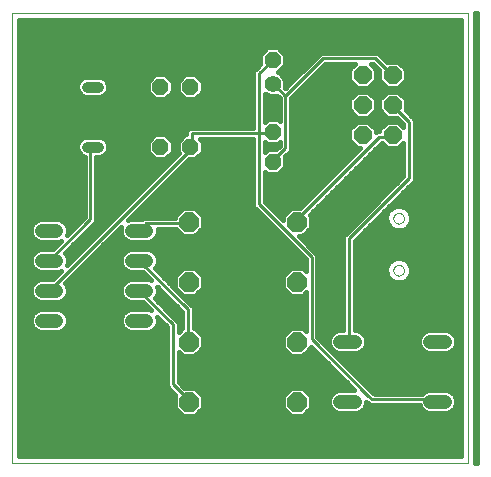
<source format=gbl>
G75*
%MOIN*%
%OFA0B0*%
%FSLAX24Y24*%
%IPPOS*%
%LPD*%
%AMOC8*
5,1,8,0,0,1.08239X$1,22.5*
%
%ADD10C,0.0000*%
%ADD11OC8,0.0560*%
%ADD12C,0.0560*%
%ADD13C,0.0480*%
%ADD14C,0.0380*%
%ADD15OC8,0.0660*%
%ADD16OC8,0.0600*%
%ADD17C,0.0100*%
%ADD18C,0.0160*%
D10*
X000180Y000180D02*
X000180Y015176D01*
X015400Y015176D01*
X015400Y000180D01*
X000180Y000180D01*
X012903Y006614D02*
X012905Y006640D01*
X012911Y006666D01*
X012921Y006691D01*
X012934Y006714D01*
X012950Y006734D01*
X012970Y006752D01*
X012992Y006767D01*
X013015Y006779D01*
X013041Y006787D01*
X013067Y006791D01*
X013093Y006791D01*
X013119Y006787D01*
X013145Y006779D01*
X013169Y006767D01*
X013190Y006752D01*
X013210Y006734D01*
X013226Y006714D01*
X013239Y006691D01*
X013249Y006666D01*
X013255Y006640D01*
X013257Y006614D01*
X013255Y006588D01*
X013249Y006562D01*
X013239Y006537D01*
X013226Y006514D01*
X013210Y006494D01*
X013190Y006476D01*
X013168Y006461D01*
X013145Y006449D01*
X013119Y006441D01*
X013093Y006437D01*
X013067Y006437D01*
X013041Y006441D01*
X013015Y006449D01*
X012991Y006461D01*
X012970Y006476D01*
X012950Y006494D01*
X012934Y006514D01*
X012921Y006537D01*
X012911Y006562D01*
X012905Y006588D01*
X012903Y006614D01*
X012903Y008346D02*
X012905Y008372D01*
X012911Y008398D01*
X012921Y008423D01*
X012934Y008446D01*
X012950Y008466D01*
X012970Y008484D01*
X012992Y008499D01*
X013015Y008511D01*
X013041Y008519D01*
X013067Y008523D01*
X013093Y008523D01*
X013119Y008519D01*
X013145Y008511D01*
X013169Y008499D01*
X013190Y008484D01*
X013210Y008466D01*
X013226Y008446D01*
X013239Y008423D01*
X013249Y008398D01*
X013255Y008372D01*
X013257Y008346D01*
X013255Y008320D01*
X013249Y008294D01*
X013239Y008269D01*
X013226Y008246D01*
X013210Y008226D01*
X013190Y008208D01*
X013168Y008193D01*
X013145Y008181D01*
X013119Y008173D01*
X013093Y008169D01*
X013067Y008169D01*
X013041Y008173D01*
X013015Y008181D01*
X012991Y008193D01*
X012970Y008208D01*
X012950Y008226D01*
X012934Y008246D01*
X012921Y008269D01*
X012911Y008294D01*
X012905Y008320D01*
X012903Y008346D01*
D11*
X008880Y010230D03*
X008880Y011230D03*
X008880Y013630D03*
X006130Y012730D03*
X005130Y012730D03*
X005130Y010730D03*
X006130Y010730D03*
D12*
X008880Y012830D03*
D13*
X004670Y007930D02*
X004190Y007930D01*
X004190Y006930D02*
X004670Y006930D01*
X004670Y005930D02*
X004190Y005930D01*
X004190Y004930D02*
X004670Y004930D01*
X001670Y004930D02*
X001190Y004930D01*
X001190Y005930D02*
X001670Y005930D01*
X001670Y006930D02*
X001190Y006930D01*
X001190Y007930D02*
X001670Y007930D01*
X011140Y004230D02*
X011620Y004230D01*
X011620Y002230D02*
X011140Y002230D01*
X014140Y002230D02*
X014620Y002230D01*
X014620Y004230D02*
X014140Y004230D01*
D14*
X003070Y010730D02*
X002690Y010730D01*
X002690Y012730D02*
X003070Y012730D01*
D15*
X006080Y008230D03*
X006080Y006230D03*
X006080Y004230D03*
X006080Y002230D03*
X009680Y002230D03*
X009680Y004230D03*
X009680Y006230D03*
X009680Y008230D03*
D16*
X011880Y011130D03*
X011880Y012130D03*
X011880Y013130D03*
X012880Y013130D03*
X012880Y012130D03*
X012880Y011130D03*
D17*
X012805Y011055D01*
X012430Y011055D01*
X009680Y008305D01*
X009680Y008230D01*
X010180Y007055D02*
X008430Y008805D01*
X008430Y011180D01*
X008430Y013180D01*
X008880Y013630D01*
X008880Y012830D02*
X008930Y012805D01*
X009305Y012430D01*
X010555Y013680D01*
X012305Y013680D01*
X012805Y013180D01*
X012880Y013130D01*
X012880Y012130D02*
X012930Y012055D01*
X013430Y011555D01*
X013430Y009680D01*
X011430Y007680D01*
X011430Y004305D01*
X011380Y004230D01*
X010180Y004305D02*
X010180Y007055D01*
X010180Y004305D02*
X012055Y002430D01*
X012205Y002305D01*
X014305Y002305D01*
X014380Y002230D01*
X006080Y002230D02*
X006055Y002305D01*
X005555Y002805D01*
X005555Y004805D01*
X004430Y005930D01*
X004430Y006930D02*
X006055Y005305D01*
X006055Y004305D01*
X006080Y004230D01*
X004430Y007930D02*
X004655Y008180D01*
X006055Y008180D01*
X006080Y008230D01*
X006055Y010555D02*
X006055Y010680D01*
X006130Y010730D01*
X006180Y010805D01*
X006180Y011180D01*
X008430Y011180D01*
X008805Y011180D01*
X008880Y011230D01*
X009305Y010680D02*
X009305Y012430D01*
X009305Y010680D02*
X008930Y010305D01*
X008880Y010230D01*
X006055Y010555D02*
X001430Y005930D01*
X001430Y006930D02*
X002805Y008305D01*
X002805Y010680D01*
X002880Y010730D01*
D18*
X002995Y010400D02*
X003136Y010400D01*
X003257Y010450D01*
X003350Y010543D01*
X003400Y010664D01*
X003400Y010796D01*
X003350Y010917D01*
X003257Y011010D01*
X003136Y011060D01*
X002624Y011060D01*
X002503Y011010D01*
X002410Y010917D01*
X002360Y010796D01*
X002360Y010664D01*
X002410Y010543D01*
X002503Y010450D01*
X002615Y010404D01*
X002615Y008384D01*
X002025Y007793D01*
X002050Y007854D01*
X002050Y008006D01*
X001992Y008145D01*
X001885Y008252D01*
X001746Y008310D01*
X001114Y008310D01*
X000975Y008252D01*
X000868Y008145D01*
X000810Y008006D01*
X000810Y007854D01*
X000868Y007715D01*
X000975Y007608D01*
X001114Y007550D01*
X001746Y007550D01*
X001807Y007575D01*
X001541Y007310D01*
X001114Y007310D01*
X000975Y007252D01*
X000868Y007145D01*
X000810Y007006D01*
X000810Y006854D01*
X000868Y006715D01*
X000975Y006608D01*
X001114Y006550D01*
X001746Y006550D01*
X001807Y006575D01*
X001541Y006310D01*
X001114Y006310D01*
X000975Y006252D01*
X000868Y006145D01*
X000810Y006006D01*
X000810Y005854D01*
X000868Y005715D01*
X000975Y005608D01*
X001114Y005550D01*
X001746Y005550D01*
X001885Y005608D01*
X001992Y005715D01*
X002050Y005854D01*
X002050Y006006D01*
X001992Y006145D01*
X001953Y006184D01*
X003835Y008067D01*
X003810Y008006D01*
X003810Y007854D01*
X003868Y007715D01*
X003975Y007608D01*
X004114Y007550D01*
X004746Y007550D01*
X004885Y007608D01*
X004992Y007715D01*
X005050Y007854D01*
X005050Y007990D01*
X005655Y007990D01*
X005885Y007760D01*
X006275Y007760D01*
X006550Y008035D01*
X006550Y008425D01*
X006275Y008700D01*
X005885Y008700D01*
X005610Y008425D01*
X005610Y008370D01*
X004728Y008370D01*
X004724Y008374D01*
X004650Y008370D01*
X004576Y008370D01*
X004572Y008366D01*
X004566Y008366D01*
X004517Y008311D01*
X004516Y008310D01*
X004114Y008310D01*
X004053Y008285D01*
X006079Y010310D01*
X006304Y010310D01*
X006550Y010556D01*
X006550Y010904D01*
X006464Y010990D01*
X008240Y010990D01*
X008240Y008726D01*
X008351Y008615D01*
X009990Y006976D01*
X009990Y006585D01*
X009875Y006700D01*
X009485Y006700D01*
X009210Y006425D01*
X009210Y006035D01*
X009485Y005760D01*
X009875Y005760D01*
X009990Y005875D01*
X009990Y004585D01*
X009875Y004700D01*
X009485Y004700D01*
X009210Y004425D01*
X009210Y004035D01*
X009485Y003760D01*
X009875Y003760D01*
X010150Y004035D01*
X010150Y004066D01*
X011606Y002610D01*
X011064Y002610D01*
X010925Y002552D01*
X010818Y002445D01*
X010760Y002306D01*
X010760Y002154D01*
X010818Y002015D01*
X010925Y001908D01*
X011064Y001850D01*
X011696Y001850D01*
X011835Y001908D01*
X011942Y002015D01*
X012000Y002154D01*
X012000Y002229D01*
X012077Y002165D01*
X012126Y002115D01*
X012136Y002115D01*
X012144Y002109D01*
X012214Y002115D01*
X013776Y002115D01*
X013818Y002015D01*
X013925Y001908D01*
X014064Y001850D01*
X014696Y001850D01*
X014835Y001908D01*
X014942Y002015D01*
X015000Y002154D01*
X015000Y002306D01*
X014942Y002445D01*
X014835Y002552D01*
X014696Y002610D01*
X014064Y002610D01*
X013925Y002552D01*
X013868Y002495D01*
X012274Y002495D01*
X012183Y002570D01*
X010370Y004384D01*
X010370Y007134D01*
X009744Y007760D01*
X009875Y007760D01*
X010150Y008035D01*
X010150Y008425D01*
X010109Y008465D01*
X012509Y010865D01*
X012523Y010865D01*
X012698Y010690D01*
X013062Y010690D01*
X013240Y010868D01*
X013240Y009759D01*
X011351Y007870D01*
X011240Y007759D01*
X011240Y004610D01*
X011064Y004610D01*
X010925Y004552D01*
X010818Y004445D01*
X010760Y004306D01*
X010760Y004154D01*
X010818Y004015D01*
X010925Y003908D01*
X011064Y003850D01*
X011696Y003850D01*
X011835Y003908D01*
X011942Y004015D01*
X012000Y004154D01*
X012000Y004306D01*
X011942Y004445D01*
X011835Y004552D01*
X011696Y004610D01*
X011620Y004610D01*
X011620Y007601D01*
X013620Y009601D01*
X013620Y011634D01*
X013509Y011745D01*
X013313Y011941D01*
X013320Y011948D01*
X013320Y012312D01*
X013062Y012570D01*
X012698Y012570D01*
X012440Y012312D01*
X012440Y011948D01*
X012698Y011690D01*
X013026Y011690D01*
X013240Y011476D01*
X013240Y011392D01*
X013062Y011570D01*
X012698Y011570D01*
X012440Y011312D01*
X012440Y011245D01*
X012351Y011245D01*
X012320Y011214D01*
X012320Y011312D01*
X012062Y011570D01*
X011698Y011570D01*
X011440Y011312D01*
X011440Y010948D01*
X011698Y010690D01*
X011796Y010690D01*
X009806Y008700D01*
X009485Y008700D01*
X009210Y008425D01*
X009210Y008294D01*
X008620Y008884D01*
X008620Y009896D01*
X008706Y009810D01*
X009054Y009810D01*
X009300Y010056D01*
X009300Y010404D01*
X009299Y010405D01*
X009384Y010490D01*
X009495Y010601D01*
X009495Y012351D01*
X010634Y013490D01*
X011618Y013490D01*
X011440Y013312D01*
X011440Y012948D01*
X011698Y012690D01*
X012062Y012690D01*
X012320Y012948D01*
X012320Y013312D01*
X012142Y013490D01*
X012226Y013490D01*
X012440Y013276D01*
X012440Y012948D01*
X012698Y012690D01*
X013062Y012690D01*
X013320Y012948D01*
X013320Y013312D01*
X013062Y013570D01*
X012698Y013570D01*
X012691Y013563D01*
X012495Y013759D01*
X012384Y013870D01*
X010476Y013870D01*
X009305Y012699D01*
X009287Y012716D01*
X009300Y012746D01*
X009300Y012914D01*
X009236Y013068D01*
X009118Y013186D01*
X009056Y013212D01*
X009300Y013456D01*
X009300Y013804D01*
X009054Y014050D01*
X008706Y014050D01*
X008460Y013804D01*
X008460Y013479D01*
X008351Y013370D01*
X008240Y013259D01*
X008240Y011370D01*
X006101Y011370D01*
X005990Y011259D01*
X005990Y011150D01*
X005956Y011150D01*
X005710Y010904D01*
X005710Y010556D01*
X005749Y010517D01*
X002025Y006793D01*
X002050Y006854D01*
X002050Y007006D01*
X001992Y007145D01*
X001953Y007184D01*
X002884Y008115D01*
X002995Y008226D01*
X002995Y010400D01*
X002995Y010324D02*
X004942Y010324D01*
X004956Y010310D02*
X005304Y010310D01*
X005550Y010556D01*
X005550Y010904D01*
X005304Y011150D01*
X004956Y011150D01*
X004710Y010904D01*
X004710Y010556D01*
X004956Y010310D01*
X004784Y010483D02*
X003289Y010483D01*
X003390Y010641D02*
X004710Y010641D01*
X004710Y010800D02*
X003398Y010800D01*
X003309Y010958D02*
X004764Y010958D01*
X004923Y011117D02*
X000410Y011117D01*
X000410Y011275D02*
X006006Y011275D01*
X005923Y011117D02*
X005337Y011117D01*
X005496Y010958D02*
X005764Y010958D01*
X005710Y010800D02*
X005550Y010800D01*
X005550Y010641D02*
X005710Y010641D01*
X005714Y010483D02*
X005476Y010483D01*
X005555Y010324D02*
X005318Y010324D01*
X005397Y010166D02*
X002995Y010166D01*
X002995Y010007D02*
X005238Y010007D01*
X005080Y009849D02*
X002995Y009849D01*
X002995Y009690D02*
X004921Y009690D01*
X004763Y009532D02*
X002995Y009532D01*
X002995Y009373D02*
X004604Y009373D01*
X004446Y009215D02*
X002995Y009215D01*
X002995Y009056D02*
X004287Y009056D01*
X004129Y008898D02*
X002995Y008898D01*
X002995Y008739D02*
X003970Y008739D01*
X003812Y008581D02*
X002995Y008581D01*
X002995Y008422D02*
X003653Y008422D01*
X003495Y008264D02*
X002995Y008264D01*
X002874Y008105D02*
X003336Y008105D01*
X003178Y007947D02*
X002715Y007947D01*
X002557Y007788D02*
X003019Y007788D01*
X002861Y007630D02*
X002398Y007630D01*
X002240Y007471D02*
X002702Y007471D01*
X002544Y007313D02*
X002081Y007313D01*
X001983Y007154D02*
X002385Y007154D01*
X002227Y006996D02*
X002050Y006996D01*
X002043Y006837D02*
X002068Y006837D01*
X002289Y006520D02*
X004571Y006520D01*
X004541Y006550D02*
X004807Y006285D01*
X004746Y006310D01*
X004114Y006310D01*
X003975Y006252D01*
X003868Y006145D01*
X003810Y006006D01*
X003810Y005854D01*
X003868Y005715D01*
X003975Y005608D01*
X004114Y005550D01*
X004541Y005550D01*
X004807Y005285D01*
X004746Y005310D01*
X004114Y005310D01*
X003975Y005252D01*
X003868Y005145D01*
X003810Y005006D01*
X003810Y004854D01*
X003868Y004715D01*
X003975Y004608D01*
X004114Y004550D01*
X004746Y004550D01*
X004885Y004608D01*
X004992Y004715D01*
X005050Y004854D01*
X005050Y005006D01*
X005025Y005067D01*
X005365Y004726D01*
X005365Y002726D01*
X005638Y002453D01*
X005610Y002425D01*
X005610Y002035D01*
X005885Y001760D01*
X006275Y001760D01*
X006550Y002035D01*
X006550Y002425D01*
X006275Y002700D01*
X005929Y002700D01*
X005745Y002884D01*
X005745Y003900D01*
X005885Y003760D01*
X006275Y003760D01*
X006550Y004035D01*
X006550Y004425D01*
X006275Y004700D01*
X006245Y004700D01*
X006245Y005384D01*
X006134Y005495D01*
X004953Y006676D01*
X004992Y006715D01*
X005050Y006854D01*
X005050Y007006D01*
X004992Y007145D01*
X004885Y007252D01*
X004746Y007310D01*
X004114Y007310D01*
X003975Y007252D01*
X003868Y007145D01*
X003810Y007006D01*
X003810Y006854D01*
X003868Y006715D01*
X003975Y006608D01*
X004114Y006550D01*
X004541Y006550D01*
X004730Y006362D02*
X002130Y006362D01*
X001972Y006203D02*
X003926Y006203D01*
X003826Y006045D02*
X002034Y006045D01*
X002050Y005886D02*
X003810Y005886D01*
X003863Y005728D02*
X001997Y005728D01*
X001791Y005569D02*
X004069Y005569D01*
X003975Y005252D02*
X001885Y005252D01*
X001746Y005310D01*
X001114Y005310D01*
X000975Y005252D01*
X000868Y005145D01*
X000810Y005006D01*
X000810Y004854D01*
X000868Y004715D01*
X000975Y004608D01*
X001114Y004550D01*
X001746Y004550D01*
X001885Y004608D01*
X001992Y004715D01*
X002050Y004854D01*
X002050Y005006D01*
X001992Y005145D01*
X001885Y005252D01*
X002014Y005094D02*
X003846Y005094D01*
X003810Y004935D02*
X002050Y004935D01*
X002018Y004777D02*
X003842Y004777D01*
X003965Y004618D02*
X001895Y004618D01*
X000965Y004618D02*
X000410Y004618D01*
X000410Y004460D02*
X005365Y004460D01*
X005365Y004618D02*
X004895Y004618D01*
X005018Y004777D02*
X005315Y004777D01*
X005156Y004935D02*
X005050Y004935D01*
X005377Y005252D02*
X005839Y005252D01*
X005865Y005226D02*
X005865Y004680D01*
X005745Y004560D01*
X005745Y004884D01*
X005634Y004995D01*
X004953Y005676D01*
X004992Y005715D01*
X005050Y005854D01*
X005050Y006006D01*
X005025Y006067D01*
X005865Y005226D01*
X005865Y005094D02*
X005535Y005094D01*
X005694Y004935D02*
X005865Y004935D01*
X005865Y004777D02*
X005745Y004777D01*
X005745Y004618D02*
X005803Y004618D01*
X006245Y004777D02*
X009990Y004777D01*
X009990Y004935D02*
X006245Y004935D01*
X006245Y005094D02*
X009990Y005094D01*
X009990Y005252D02*
X006245Y005252D01*
X006218Y005411D02*
X009990Y005411D01*
X009990Y005569D02*
X006060Y005569D01*
X005901Y005728D02*
X009990Y005728D01*
X010370Y005728D02*
X011240Y005728D01*
X011240Y005886D02*
X010370Y005886D01*
X010370Y006045D02*
X011240Y006045D01*
X011240Y006203D02*
X010370Y006203D01*
X010370Y006362D02*
X011240Y006362D01*
X011240Y006520D02*
X010370Y006520D01*
X010370Y006679D02*
X011240Y006679D01*
X011240Y006837D02*
X010370Y006837D01*
X010370Y006996D02*
X011240Y006996D01*
X011240Y007154D02*
X010350Y007154D01*
X010191Y007313D02*
X011240Y007313D01*
X011240Y007471D02*
X010033Y007471D01*
X009874Y007630D02*
X011240Y007630D01*
X011269Y007788D02*
X009903Y007788D01*
X010061Y007947D02*
X011428Y007947D01*
X011586Y008105D02*
X010150Y008105D01*
X010150Y008264D02*
X011745Y008264D01*
X011903Y008422D02*
X010150Y008422D01*
X010224Y008581D02*
X012062Y008581D01*
X012220Y008739D02*
X010383Y008739D01*
X010541Y008898D02*
X012379Y008898D01*
X012537Y009056D02*
X010700Y009056D01*
X010858Y009215D02*
X012696Y009215D01*
X012854Y009373D02*
X011017Y009373D01*
X011175Y009532D02*
X013013Y009532D01*
X013171Y009690D02*
X011334Y009690D01*
X011492Y009849D02*
X013240Y009849D01*
X013240Y010007D02*
X011651Y010007D01*
X011809Y010166D02*
X013240Y010166D01*
X013240Y010324D02*
X011968Y010324D01*
X012126Y010483D02*
X013240Y010483D01*
X013240Y010641D02*
X012285Y010641D01*
X012443Y010800D02*
X012588Y010800D01*
X012440Y011275D02*
X012320Y011275D01*
X012199Y011434D02*
X012561Y011434D01*
X012637Y011751D02*
X012123Y011751D01*
X012062Y011690D02*
X012320Y011948D01*
X012320Y012312D01*
X012062Y012570D01*
X011698Y012570D01*
X011440Y012312D01*
X011440Y011948D01*
X011698Y011690D01*
X012062Y011690D01*
X012281Y011909D02*
X012479Y011909D01*
X012440Y012068D02*
X012320Y012068D01*
X012320Y012226D02*
X012440Y012226D01*
X012512Y012385D02*
X012248Y012385D01*
X012089Y012543D02*
X012671Y012543D01*
X012686Y012702D02*
X012074Y012702D01*
X012232Y012860D02*
X012528Y012860D01*
X012440Y013019D02*
X012320Y013019D01*
X012320Y013177D02*
X012440Y013177D01*
X012381Y013336D02*
X012297Y013336D01*
X012601Y013653D02*
X015170Y013653D01*
X015170Y013811D02*
X012443Y013811D01*
X013138Y013494D02*
X015170Y013494D01*
X015170Y013336D02*
X013297Y013336D01*
X013320Y013177D02*
X015170Y013177D01*
X015170Y013019D02*
X013320Y013019D01*
X013232Y012860D02*
X015170Y012860D01*
X015170Y012702D02*
X013074Y012702D01*
X013089Y012543D02*
X015170Y012543D01*
X015170Y012385D02*
X013248Y012385D01*
X013320Y012226D02*
X015170Y012226D01*
X015170Y012068D02*
X013320Y012068D01*
X013345Y011909D02*
X015170Y011909D01*
X015170Y011751D02*
X013503Y011751D01*
X013620Y011592D02*
X015170Y011592D01*
X015170Y011434D02*
X013620Y011434D01*
X013620Y011275D02*
X015170Y011275D01*
X015170Y011117D02*
X013620Y011117D01*
X013620Y010958D02*
X015170Y010958D01*
X015170Y010800D02*
X013620Y010800D01*
X013620Y010641D02*
X015170Y010641D01*
X015170Y010483D02*
X013620Y010483D01*
X013620Y010324D02*
X015170Y010324D01*
X015170Y010166D02*
X013620Y010166D01*
X013620Y010007D02*
X015170Y010007D01*
X015170Y009849D02*
X013620Y009849D01*
X013620Y009690D02*
X015170Y009690D01*
X015170Y009532D02*
X013550Y009532D01*
X013392Y009373D02*
X015170Y009373D01*
X015170Y009215D02*
X013233Y009215D01*
X013075Y009056D02*
X015170Y009056D01*
X015170Y008898D02*
X012916Y008898D01*
X012965Y008739D02*
X012758Y008739D01*
X012849Y008691D02*
X012735Y008577D01*
X012673Y008427D01*
X012673Y008265D01*
X012735Y008116D01*
X012849Y008001D01*
X012999Y007939D01*
X013161Y007939D01*
X013311Y008001D01*
X013425Y008116D01*
X013487Y008265D01*
X013487Y008427D01*
X013425Y008577D01*
X013311Y008691D01*
X013161Y008753D01*
X012999Y008753D01*
X012849Y008691D01*
X012739Y008581D02*
X012599Y008581D01*
X012673Y008422D02*
X012441Y008422D01*
X012282Y008264D02*
X012674Y008264D01*
X012745Y008105D02*
X012124Y008105D01*
X011965Y007947D02*
X012981Y007947D01*
X013179Y007947D02*
X015170Y007947D01*
X015170Y008105D02*
X013415Y008105D01*
X013486Y008264D02*
X015170Y008264D01*
X015170Y008422D02*
X013487Y008422D01*
X013421Y008581D02*
X015170Y008581D01*
X015170Y008739D02*
X013195Y008739D01*
X011807Y007788D02*
X015170Y007788D01*
X015170Y007630D02*
X011648Y007630D01*
X011620Y007471D02*
X015170Y007471D01*
X015170Y007313D02*
X011620Y007313D01*
X011620Y007154D02*
X015170Y007154D01*
X015170Y006996D02*
X013223Y006996D01*
X013161Y007021D02*
X013311Y006959D01*
X013425Y006844D01*
X013487Y006695D01*
X013487Y006533D01*
X013425Y006383D01*
X013311Y006269D01*
X013161Y006207D01*
X012999Y006207D01*
X012849Y006269D01*
X012735Y006383D01*
X012673Y006533D01*
X012673Y006695D01*
X012735Y006844D01*
X012849Y006959D01*
X012999Y007021D01*
X013161Y007021D01*
X012937Y006996D02*
X011620Y006996D01*
X011620Y006837D02*
X012732Y006837D01*
X012673Y006679D02*
X011620Y006679D01*
X011620Y006520D02*
X012678Y006520D01*
X012757Y006362D02*
X011620Y006362D01*
X011620Y006203D02*
X015170Y006203D01*
X015170Y006045D02*
X011620Y006045D01*
X011620Y005886D02*
X015170Y005886D01*
X015170Y005728D02*
X011620Y005728D01*
X011620Y005569D02*
X015170Y005569D01*
X015170Y005411D02*
X011620Y005411D01*
X011620Y005252D02*
X015170Y005252D01*
X015170Y005094D02*
X011620Y005094D01*
X011620Y004935D02*
X015170Y004935D01*
X015170Y004777D02*
X011620Y004777D01*
X011620Y004618D02*
X015170Y004618D01*
X015170Y004460D02*
X014928Y004460D01*
X014942Y004445D02*
X014835Y004552D01*
X014696Y004610D01*
X014064Y004610D01*
X013925Y004552D01*
X013818Y004445D01*
X013760Y004306D01*
X013760Y004154D01*
X013818Y004015D01*
X013925Y003908D01*
X014064Y003850D01*
X014696Y003850D01*
X014835Y003908D01*
X014942Y004015D01*
X015000Y004154D01*
X015000Y004306D01*
X014942Y004445D01*
X015000Y004301D02*
X015170Y004301D01*
X015170Y004143D02*
X014995Y004143D01*
X014911Y003984D02*
X015170Y003984D01*
X015170Y003826D02*
X010928Y003826D01*
X010849Y003984D02*
X010770Y003984D01*
X010765Y004143D02*
X010611Y004143D01*
X010760Y004301D02*
X010453Y004301D01*
X010370Y004460D02*
X010832Y004460D01*
X011240Y004618D02*
X010370Y004618D01*
X010370Y004777D02*
X011240Y004777D01*
X011240Y004935D02*
X010370Y004935D01*
X010370Y005094D02*
X011240Y005094D01*
X011240Y005252D02*
X010370Y005252D01*
X010370Y005411D02*
X011240Y005411D01*
X011240Y005569D02*
X010370Y005569D01*
X009990Y004618D02*
X009957Y004618D01*
X009403Y004618D02*
X006357Y004618D01*
X006515Y004460D02*
X009245Y004460D01*
X009210Y004301D02*
X006550Y004301D01*
X006550Y004143D02*
X009210Y004143D01*
X009261Y003984D02*
X006499Y003984D01*
X006340Y003826D02*
X009420Y003826D01*
X009940Y003826D02*
X010391Y003826D01*
X010232Y003984D02*
X010099Y003984D01*
X010549Y003667D02*
X005745Y003667D01*
X005745Y003509D02*
X010708Y003509D01*
X010866Y003350D02*
X005745Y003350D01*
X005745Y003192D02*
X011025Y003192D01*
X011183Y003033D02*
X005745Y003033D01*
X005754Y002875D02*
X011342Y002875D01*
X011500Y002716D02*
X005913Y002716D01*
X005610Y002399D02*
X000410Y002399D01*
X000410Y002241D02*
X005610Y002241D01*
X005610Y002082D02*
X000410Y002082D01*
X000410Y001924D02*
X005722Y001924D01*
X005880Y001765D02*
X000410Y001765D01*
X000410Y001607D02*
X015170Y001607D01*
X015170Y001765D02*
X009880Y001765D01*
X009875Y001760D02*
X010150Y002035D01*
X010150Y002425D01*
X009875Y002700D01*
X009485Y002700D01*
X009210Y002425D01*
X009210Y002035D01*
X009485Y001760D01*
X009875Y001760D01*
X010038Y001924D02*
X010909Y001924D01*
X010790Y002082D02*
X010150Y002082D01*
X010150Y002241D02*
X010760Y002241D01*
X010799Y002399D02*
X010150Y002399D01*
X010017Y002558D02*
X010938Y002558D01*
X011562Y003192D02*
X015170Y003192D01*
X015170Y003350D02*
X011404Y003350D01*
X011245Y003509D02*
X015170Y003509D01*
X015170Y003667D02*
X011087Y003667D01*
X011721Y003033D02*
X015170Y003033D01*
X015170Y002875D02*
X011879Y002875D01*
X012038Y002716D02*
X015170Y002716D01*
X015170Y002558D02*
X014822Y002558D01*
X014961Y002399D02*
X015170Y002399D01*
X015170Y002241D02*
X015000Y002241D01*
X014970Y002082D02*
X015170Y002082D01*
X015170Y001924D02*
X014851Y001924D01*
X015170Y001448D02*
X000410Y001448D01*
X000410Y001290D02*
X015170Y001290D01*
X015170Y001131D02*
X000410Y001131D01*
X000410Y000973D02*
X015170Y000973D01*
X015170Y000814D02*
X000410Y000814D01*
X000410Y000656D02*
X015170Y000656D01*
X015170Y000497D02*
X000410Y000497D01*
X000410Y000410D02*
X000410Y014946D01*
X015170Y014946D01*
X015170Y000410D01*
X000410Y000410D01*
X000410Y002558D02*
X005534Y002558D01*
X005375Y002716D02*
X000410Y002716D01*
X000410Y002875D02*
X005365Y002875D01*
X005365Y003033D02*
X000410Y003033D01*
X000410Y003192D02*
X005365Y003192D01*
X005365Y003350D02*
X000410Y003350D01*
X000410Y003509D02*
X005365Y003509D01*
X005365Y003667D02*
X000410Y003667D01*
X000410Y003826D02*
X005365Y003826D01*
X005365Y003984D02*
X000410Y003984D01*
X000410Y004143D02*
X005365Y004143D01*
X005365Y004301D02*
X000410Y004301D01*
X000410Y004777D02*
X000842Y004777D01*
X000810Y004935D02*
X000410Y004935D01*
X000410Y005094D02*
X000846Y005094D01*
X000975Y005252D02*
X000410Y005252D01*
X000410Y005411D02*
X004681Y005411D01*
X005060Y005569D02*
X005522Y005569D01*
X005364Y005728D02*
X004997Y005728D01*
X005050Y005886D02*
X005205Y005886D01*
X005047Y006045D02*
X005034Y006045D01*
X005267Y006362D02*
X005610Y006362D01*
X005610Y006425D02*
X005610Y006035D01*
X005885Y005760D01*
X006275Y005760D01*
X006550Y006035D01*
X006550Y006425D01*
X006275Y006700D01*
X005885Y006700D01*
X005610Y006425D01*
X005705Y006520D02*
X005109Y006520D01*
X004956Y006679D02*
X005864Y006679D01*
X006296Y006679D02*
X009464Y006679D01*
X009305Y006520D02*
X006455Y006520D01*
X006550Y006362D02*
X009210Y006362D01*
X009210Y006203D02*
X006550Y006203D01*
X006550Y006045D02*
X009210Y006045D01*
X009359Y005886D02*
X006401Y005886D01*
X005759Y005886D02*
X005743Y005886D01*
X005610Y006045D02*
X005584Y006045D01*
X005610Y006203D02*
X005426Y006203D01*
X005043Y006837D02*
X009990Y006837D01*
X009990Y006679D02*
X009896Y006679D01*
X009971Y006996D02*
X005050Y006996D01*
X004983Y007154D02*
X009812Y007154D01*
X009654Y007313D02*
X003081Y007313D01*
X003240Y007471D02*
X009495Y007471D01*
X009337Y007630D02*
X004907Y007630D01*
X005022Y007788D02*
X005857Y007788D01*
X005699Y007947D02*
X005050Y007947D01*
X005610Y008422D02*
X004191Y008422D01*
X004349Y008581D02*
X005766Y008581D01*
X006394Y008581D02*
X008386Y008581D01*
X008240Y008739D02*
X004508Y008739D01*
X004666Y008898D02*
X008240Y008898D01*
X008240Y009056D02*
X004825Y009056D01*
X004983Y009215D02*
X008240Y009215D01*
X008240Y009373D02*
X005142Y009373D01*
X005300Y009532D02*
X008240Y009532D01*
X008240Y009690D02*
X005459Y009690D01*
X005617Y009849D02*
X008240Y009849D01*
X008240Y010007D02*
X005776Y010007D01*
X005934Y010166D02*
X008240Y010166D01*
X008240Y010324D02*
X006318Y010324D01*
X006476Y010483D02*
X008240Y010483D01*
X008240Y010641D02*
X006550Y010641D01*
X006550Y010800D02*
X008240Y010800D01*
X008240Y010958D02*
X006496Y010958D01*
X006304Y012310D02*
X005956Y012310D01*
X005710Y012556D01*
X005710Y012904D01*
X005956Y013150D01*
X006304Y013150D01*
X006550Y012904D01*
X006550Y012556D01*
X006304Y012310D01*
X006378Y012385D02*
X008240Y012385D01*
X008240Y012543D02*
X006537Y012543D01*
X006550Y012702D02*
X008240Y012702D01*
X008240Y012860D02*
X006550Y012860D01*
X006435Y013019D02*
X008240Y013019D01*
X008240Y013177D02*
X000410Y013177D01*
X000410Y013019D02*
X002524Y013019D01*
X002503Y013010D02*
X002410Y012917D01*
X002360Y012796D01*
X002360Y012664D01*
X002410Y012543D01*
X002503Y012450D01*
X002624Y012400D01*
X003136Y012400D01*
X003257Y012450D01*
X003350Y012543D01*
X003400Y012664D01*
X003400Y012796D01*
X003350Y012917D01*
X003257Y013010D01*
X003136Y013060D01*
X002624Y013060D01*
X002503Y013010D01*
X002387Y012860D02*
X000410Y012860D01*
X000410Y012702D02*
X002360Y012702D01*
X002410Y012543D02*
X000410Y012543D01*
X000410Y012385D02*
X004882Y012385D01*
X004956Y012310D02*
X004710Y012556D01*
X004710Y012904D01*
X004956Y013150D01*
X005304Y013150D01*
X005550Y012904D01*
X005550Y012556D01*
X005304Y012310D01*
X004956Y012310D01*
X004723Y012543D02*
X003350Y012543D01*
X003400Y012702D02*
X004710Y012702D01*
X004710Y012860D02*
X003373Y012860D01*
X003236Y013019D02*
X004825Y013019D01*
X005435Y013019D02*
X005825Y013019D01*
X005710Y012860D02*
X005550Y012860D01*
X005550Y012702D02*
X005710Y012702D01*
X005723Y012543D02*
X005537Y012543D01*
X005378Y012385D02*
X005882Y012385D01*
X008240Y012226D02*
X000410Y012226D01*
X000410Y012068D02*
X008240Y012068D01*
X008240Y011909D02*
X000410Y011909D01*
X000410Y011751D02*
X008240Y011751D01*
X008240Y011592D02*
X000410Y011592D01*
X000410Y011434D02*
X008240Y011434D01*
X008620Y011564D02*
X008620Y012496D01*
X008642Y012474D01*
X008796Y012410D01*
X008964Y012410D01*
X009029Y012437D01*
X009115Y012351D01*
X009115Y011589D01*
X009054Y011650D01*
X008706Y011650D01*
X008620Y011564D01*
X008620Y011592D02*
X008648Y011592D01*
X008620Y011751D02*
X009115Y011751D01*
X009115Y011909D02*
X008620Y011909D01*
X008620Y012068D02*
X009115Y012068D01*
X009115Y012226D02*
X008620Y012226D01*
X008620Y012385D02*
X009082Y012385D01*
X009302Y012702D02*
X009308Y012702D01*
X009300Y012860D02*
X009466Y012860D01*
X009625Y013019D02*
X009257Y013019D01*
X009127Y013177D02*
X009783Y013177D01*
X009942Y013336D02*
X009179Y013336D01*
X009300Y013494D02*
X010100Y013494D01*
X010259Y013653D02*
X009300Y013653D01*
X009293Y013811D02*
X010417Y013811D01*
X010479Y013336D02*
X011463Y013336D01*
X011440Y013177D02*
X010321Y013177D01*
X010162Y013019D02*
X011440Y013019D01*
X011528Y012860D02*
X010004Y012860D01*
X009845Y012702D02*
X011686Y012702D01*
X011671Y012543D02*
X009687Y012543D01*
X009528Y012385D02*
X011512Y012385D01*
X011440Y012226D02*
X009495Y012226D01*
X009495Y012068D02*
X011440Y012068D01*
X011479Y011909D02*
X009495Y011909D01*
X009495Y011751D02*
X011637Y011751D01*
X011561Y011434D02*
X009495Y011434D01*
X009495Y011592D02*
X013124Y011592D01*
X013199Y011434D02*
X013240Y011434D01*
X013240Y010800D02*
X013172Y010800D01*
X011747Y010641D02*
X009495Y010641D01*
X009495Y010800D02*
X011588Y010800D01*
X011440Y010958D02*
X009495Y010958D01*
X009495Y011117D02*
X011440Y011117D01*
X011440Y011275D02*
X009495Y011275D01*
X009115Y011592D02*
X009112Y011592D01*
X009115Y010871D02*
X009115Y010759D01*
X009006Y010650D01*
X008706Y010650D01*
X008620Y010564D01*
X008620Y010896D01*
X008706Y010810D01*
X009054Y010810D01*
X009115Y010871D01*
X009115Y010800D02*
X008620Y010800D01*
X008620Y010641D02*
X008697Y010641D01*
X009300Y010324D02*
X011430Y010324D01*
X011272Y010166D02*
X009300Y010166D01*
X009251Y010007D02*
X011113Y010007D01*
X010955Y009849D02*
X009092Y009849D01*
X008668Y009849D02*
X008620Y009849D01*
X008620Y009690D02*
X010796Y009690D01*
X010638Y009532D02*
X008620Y009532D01*
X008620Y009373D02*
X010479Y009373D01*
X010321Y009215D02*
X008620Y009215D01*
X008620Y009056D02*
X010162Y009056D01*
X010004Y008898D02*
X008620Y008898D01*
X008765Y008739D02*
X009845Y008739D01*
X009366Y008581D02*
X008923Y008581D01*
X009082Y008422D02*
X009210Y008422D01*
X008861Y008105D02*
X006550Y008105D01*
X006550Y008264D02*
X008703Y008264D01*
X008544Y008422D02*
X006550Y008422D01*
X006461Y007947D02*
X009020Y007947D01*
X009178Y007788D02*
X006303Y007788D01*
X003953Y007630D02*
X003398Y007630D01*
X003557Y007788D02*
X003838Y007788D01*
X003810Y007947D02*
X003715Y007947D01*
X003877Y007154D02*
X002923Y007154D01*
X002764Y006996D02*
X003810Y006996D01*
X003817Y006837D02*
X002606Y006837D01*
X002447Y006679D02*
X003904Y006679D01*
X005218Y005411D02*
X005681Y005411D01*
X005745Y003826D02*
X005820Y003826D01*
X006417Y002558D02*
X009343Y002558D01*
X009210Y002399D02*
X006550Y002399D01*
X006550Y002241D02*
X009210Y002241D01*
X009210Y002082D02*
X006550Y002082D01*
X006438Y001924D02*
X009322Y001924D01*
X009480Y001765D02*
X006280Y001765D01*
X001593Y006362D02*
X000410Y006362D01*
X000410Y006520D02*
X001751Y006520D01*
X001544Y007313D02*
X000410Y007313D01*
X000410Y007471D02*
X001702Y007471D01*
X002050Y007947D02*
X002178Y007947D01*
X002336Y008105D02*
X002009Y008105D01*
X001858Y008264D02*
X002495Y008264D01*
X002615Y008422D02*
X000410Y008422D01*
X000410Y008264D02*
X001002Y008264D01*
X000851Y008105D02*
X000410Y008105D01*
X000410Y007947D02*
X000810Y007947D01*
X000838Y007788D02*
X000410Y007788D01*
X000410Y007630D02*
X000953Y007630D01*
X000877Y007154D02*
X000410Y007154D01*
X000410Y006996D02*
X000810Y006996D01*
X000817Y006837D02*
X000410Y006837D01*
X000410Y006679D02*
X000904Y006679D01*
X000926Y006203D02*
X000410Y006203D01*
X000410Y006045D02*
X000826Y006045D01*
X000810Y005886D02*
X000410Y005886D01*
X000410Y005728D02*
X000863Y005728D01*
X001069Y005569D02*
X000410Y005569D01*
X000410Y008581D02*
X002615Y008581D01*
X002615Y008739D02*
X000410Y008739D01*
X000410Y008898D02*
X002615Y008898D01*
X002615Y009056D02*
X000410Y009056D01*
X000410Y009215D02*
X002615Y009215D01*
X002615Y009373D02*
X000410Y009373D01*
X000410Y009532D02*
X002615Y009532D01*
X002615Y009690D02*
X000410Y009690D01*
X000410Y009849D02*
X002615Y009849D01*
X002615Y010007D02*
X000410Y010007D01*
X000410Y010166D02*
X002615Y010166D01*
X002615Y010324D02*
X000410Y010324D01*
X000410Y010483D02*
X002471Y010483D01*
X002370Y010641D02*
X000410Y010641D01*
X000410Y010800D02*
X002362Y010800D01*
X002451Y010958D02*
X000410Y010958D01*
X000410Y013336D02*
X008317Y013336D01*
X008460Y013494D02*
X000410Y013494D01*
X000410Y013653D02*
X008460Y013653D01*
X008467Y013811D02*
X000410Y013811D01*
X000410Y013970D02*
X008626Y013970D01*
X009134Y013970D02*
X015170Y013970D01*
X015170Y014128D02*
X000410Y014128D01*
X000410Y014287D02*
X015170Y014287D01*
X015170Y014445D02*
X000410Y014445D01*
X000410Y014604D02*
X015170Y014604D01*
X015170Y014762D02*
X000410Y014762D01*
X000410Y014921D02*
X015170Y014921D01*
X015630Y014921D02*
X015680Y014921D01*
X015680Y015079D02*
X015630Y015079D01*
X015630Y015180D02*
X015680Y015180D01*
X015680Y000180D01*
X015630Y000180D01*
X015630Y015180D01*
X015630Y014762D02*
X015680Y014762D01*
X015680Y014604D02*
X015630Y014604D01*
X015630Y014445D02*
X015680Y014445D01*
X015680Y014287D02*
X015630Y014287D01*
X015630Y014128D02*
X015680Y014128D01*
X015680Y013970D02*
X015630Y013970D01*
X015630Y013811D02*
X015680Y013811D01*
X015680Y013653D02*
X015630Y013653D01*
X015630Y013494D02*
X015680Y013494D01*
X015680Y013336D02*
X015630Y013336D01*
X015630Y013177D02*
X015680Y013177D01*
X015680Y013019D02*
X015630Y013019D01*
X015630Y012860D02*
X015680Y012860D01*
X015680Y012702D02*
X015630Y012702D01*
X015630Y012543D02*
X015680Y012543D01*
X015680Y012385D02*
X015630Y012385D01*
X015630Y012226D02*
X015680Y012226D01*
X015680Y012068D02*
X015630Y012068D01*
X015630Y011909D02*
X015680Y011909D01*
X015680Y011751D02*
X015630Y011751D01*
X015630Y011592D02*
X015680Y011592D01*
X015680Y011434D02*
X015630Y011434D01*
X015630Y011275D02*
X015680Y011275D01*
X015680Y011117D02*
X015630Y011117D01*
X015630Y010958D02*
X015680Y010958D01*
X015680Y010800D02*
X015630Y010800D01*
X015630Y010641D02*
X015680Y010641D01*
X015680Y010483D02*
X015630Y010483D01*
X015630Y010324D02*
X015680Y010324D01*
X015680Y010166D02*
X015630Y010166D01*
X015630Y010007D02*
X015680Y010007D01*
X015680Y009849D02*
X015630Y009849D01*
X015630Y009690D02*
X015680Y009690D01*
X015680Y009532D02*
X015630Y009532D01*
X015630Y009373D02*
X015680Y009373D01*
X015680Y009215D02*
X015630Y009215D01*
X015630Y009056D02*
X015680Y009056D01*
X015680Y008898D02*
X015630Y008898D01*
X015630Y008739D02*
X015680Y008739D01*
X015680Y008581D02*
X015630Y008581D01*
X015630Y008422D02*
X015680Y008422D01*
X015680Y008264D02*
X015630Y008264D01*
X015630Y008105D02*
X015680Y008105D01*
X015680Y007947D02*
X015630Y007947D01*
X015630Y007788D02*
X015680Y007788D01*
X015680Y007630D02*
X015630Y007630D01*
X015630Y007471D02*
X015680Y007471D01*
X015680Y007313D02*
X015630Y007313D01*
X015630Y007154D02*
X015680Y007154D01*
X015680Y006996D02*
X015630Y006996D01*
X015630Y006837D02*
X015680Y006837D01*
X015680Y006679D02*
X015630Y006679D01*
X015630Y006520D02*
X015680Y006520D01*
X015680Y006362D02*
X015630Y006362D01*
X015630Y006203D02*
X015680Y006203D01*
X015680Y006045D02*
X015630Y006045D01*
X015630Y005886D02*
X015680Y005886D01*
X015680Y005728D02*
X015630Y005728D01*
X015630Y005569D02*
X015680Y005569D01*
X015680Y005411D02*
X015630Y005411D01*
X015630Y005252D02*
X015680Y005252D01*
X015680Y005094D02*
X015630Y005094D01*
X015630Y004935D02*
X015680Y004935D01*
X015680Y004777D02*
X015630Y004777D01*
X015630Y004618D02*
X015680Y004618D01*
X015680Y004460D02*
X015630Y004460D01*
X015630Y004301D02*
X015680Y004301D01*
X015680Y004143D02*
X015630Y004143D01*
X015630Y003984D02*
X015680Y003984D01*
X015680Y003826D02*
X015630Y003826D01*
X015630Y003667D02*
X015680Y003667D01*
X015680Y003509D02*
X015630Y003509D01*
X015630Y003350D02*
X015680Y003350D01*
X015680Y003192D02*
X015630Y003192D01*
X015630Y003033D02*
X015680Y003033D01*
X015680Y002875D02*
X015630Y002875D01*
X015630Y002716D02*
X015680Y002716D01*
X015680Y002558D02*
X015630Y002558D01*
X015630Y002399D02*
X015680Y002399D01*
X015680Y002241D02*
X015630Y002241D01*
X015630Y002082D02*
X015680Y002082D01*
X015680Y001924D02*
X015630Y001924D01*
X015630Y001765D02*
X015680Y001765D01*
X015680Y001607D02*
X015630Y001607D01*
X015630Y001448D02*
X015680Y001448D01*
X015680Y001290D02*
X015630Y001290D01*
X015630Y001131D02*
X015680Y001131D01*
X015680Y000973D02*
X015630Y000973D01*
X015630Y000814D02*
X015680Y000814D01*
X015680Y000656D02*
X015630Y000656D01*
X015630Y000497D02*
X015680Y000497D01*
X015680Y000339D02*
X015630Y000339D01*
X015630Y000180D02*
X015680Y000180D01*
X013909Y001924D02*
X011851Y001924D01*
X011970Y002082D02*
X013790Y002082D01*
X013938Y002558D02*
X012199Y002558D01*
X011911Y003984D02*
X013849Y003984D01*
X013765Y004143D02*
X011995Y004143D01*
X012000Y004301D02*
X013760Y004301D01*
X013832Y004460D02*
X011928Y004460D01*
X013403Y006362D02*
X015170Y006362D01*
X015170Y006520D02*
X013482Y006520D01*
X013487Y006679D02*
X015170Y006679D01*
X015170Y006837D02*
X013428Y006837D01*
X011589Y010483D02*
X009376Y010483D01*
M02*

</source>
